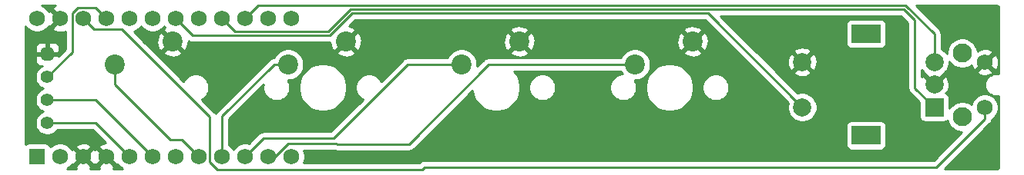
<source format=gbr>
%TF.GenerationSoftware,KiCad,Pcbnew,(5.1.7)-1*%
%TF.CreationDate,2020-11-07T14:05:26+07:00*%
%TF.ProjectId,pix,7069782e-6b69-4636-9164-5f7063625858,rev?*%
%TF.SameCoordinates,Original*%
%TF.FileFunction,Copper,L1,Top*%
%TF.FilePolarity,Positive*%
%FSLAX46Y46*%
G04 Gerber Fmt 4.6, Leading zero omitted, Abs format (unit mm)*
G04 Created by KiCad (PCBNEW (5.1.7)-1) date 2020-11-07 14:05:26*
%MOMM*%
%LPD*%
G01*
G04 APERTURE LIST*
%TA.AperFunction,ComponentPad*%
%ADD10C,1.752600*%
%TD*%
%TA.AperFunction,ComponentPad*%
%ADD11R,1.752600X1.752600*%
%TD*%
%TA.AperFunction,ComponentPad*%
%ADD12C,1.397000*%
%TD*%
%TA.AperFunction,ComponentPad*%
%ADD13R,2.000000X2.000000*%
%TD*%
%TA.AperFunction,ComponentPad*%
%ADD14C,2.000000*%
%TD*%
%TA.AperFunction,WasherPad*%
%ADD15R,3.200000X2.000000*%
%TD*%
%TA.AperFunction,ComponentPad*%
%ADD16C,2.100000*%
%TD*%
%TA.AperFunction,ComponentPad*%
%ADD17C,1.750000*%
%TD*%
%TA.AperFunction,ComponentPad*%
%ADD18C,2.200000*%
%TD*%
%TA.AperFunction,Conductor*%
%ADD19C,0.250000*%
%TD*%
%TA.AperFunction,Conductor*%
%ADD20C,0.254000*%
%TD*%
%TA.AperFunction,Conductor*%
%ADD21C,0.100000*%
%TD*%
G04 APERTURE END LIST*
D10*
%TO.P,U1,24*%
%TO.N,Net-(U1-Pad24)*%
X65998750Y-39630000D03*
%TO.P,U1,12*%
%TO.N,Net-(U1-Pad12)*%
X93938750Y-54870000D03*
%TO.P,U1,23*%
%TO.N,GND*%
X68538750Y-39630000D03*
%TO.P,U1,22*%
%TO.N,RESET*%
X71078750Y-39630000D03*
%TO.P,U1,21*%
%TO.N,VCC*%
X73618750Y-39630000D03*
%TO.P,U1,20*%
%TO.N,Net-(U1-Pad20)*%
X76158750Y-39630000D03*
%TO.P,U1,19*%
%TO.N,Net-(U1-Pad19)*%
X78698750Y-39630000D03*
%TO.P,U1,18*%
%TO.N,SWITCH_5*%
X81238750Y-39630000D03*
%TO.P,U1,17*%
%TO.N,Net-(U1-Pad17)*%
X83778750Y-39630000D03*
%TO.P,U1,16*%
%TO.N,ENCODER_A*%
X86318750Y-39630000D03*
%TO.P,U1,15*%
%TO.N,ENCODER_B*%
X88858750Y-39630000D03*
%TO.P,U1,14*%
%TO.N,Net-(U1-Pad14)*%
X91398750Y-39630000D03*
%TO.P,U1,13*%
%TO.N,Net-(U1-Pad13)*%
X93938750Y-39630000D03*
%TO.P,U1,11*%
%TO.N,SWITCH_4*%
X91398750Y-54870000D03*
%TO.P,U1,10*%
%TO.N,SWITCH_3*%
X88858750Y-54870000D03*
%TO.P,U1,9*%
%TO.N,SWITCH_2*%
X86318750Y-54870000D03*
%TO.P,U1,8*%
%TO.N,SWITCH_1*%
X83778750Y-54870000D03*
%TO.P,U1,7*%
%TO.N,Net-(U1-Pad7)*%
X81238750Y-54870000D03*
%TO.P,U1,6*%
%TO.N,SCL*%
X78698750Y-54870000D03*
%TO.P,U1,5*%
%TO.N,SDA*%
X76158750Y-54870000D03*
%TO.P,U1,4*%
%TO.N,GND*%
X73618750Y-54870000D03*
%TO.P,U1,3*%
X71078750Y-54870000D03*
%TO.P,U1,2*%
%TO.N,Net-(U1-Pad2)*%
X68538750Y-54870000D03*
D11*
%TO.P,U1,1*%
%TO.N,Net-(U1-Pad1)*%
X65998750Y-54870000D03*
%TD*%
%TO.P,OL1,4*%
%TO.N,GND*%
%TA.AperFunction,ComponentPad*%
G36*
G01*
X67474250Y-44232250D02*
X66775750Y-44232250D01*
G75*
G02*
X66426500Y-43883000I0J349250D01*
G01*
X66426500Y-43184500D01*
G75*
G02*
X66775750Y-42835250I349250J0D01*
G01*
X67474250Y-42835250D01*
G75*
G02*
X67823500Y-43184500I0J-349250D01*
G01*
X67823500Y-43883000D01*
G75*
G02*
X67474250Y-44232250I-349250J0D01*
G01*
G37*
%TD.AperFunction*%
D12*
%TO.P,OL1,3*%
%TO.N,VCC*%
X67125000Y-46073750D03*
%TO.P,OL1,2*%
%TO.N,SCL*%
X67125000Y-48613750D03*
%TO.P,OL1,1*%
%TO.N,SDA*%
X67125000Y-51153750D03*
%TD*%
D13*
%TO.P,SW2,A*%
%TO.N,ENCODER_A*%
X164593750Y-49411250D03*
D14*
%TO.P,SW2,C*%
%TO.N,GND*%
X164593750Y-46911250D03*
%TO.P,SW2,B*%
%TO.N,ENCODER_B*%
X164593750Y-44411250D03*
D15*
%TO.P,SW2,*%
%TO.N,*%
X157093750Y-52511250D03*
X157093750Y-41311250D03*
D14*
%TO.P,SW2,S2*%
%TO.N,SWITCH_5*%
X150093750Y-49411250D03*
%TO.P,SW2,S1*%
%TO.N,GND*%
X150093750Y-44411250D03*
%TD*%
D16*
%TO.P,SW1,*%
%TO.N,*%
X167666250Y-43437500D03*
D17*
%TO.P,SW1,1*%
%TO.N,GND*%
X170156250Y-44437500D03*
%TO.P,SW1,2*%
%TO.N,RESET*%
X170156250Y-49437500D03*
D16*
%TO.P,SW1,*%
%TO.N,*%
X167666250Y-50447500D03*
%TD*%
D18*
%TO.P,MX4,2*%
%TO.N,SWITCH_4*%
X131693750Y-44688750D03*
%TO.P,MX4,1*%
%TO.N,GND*%
X138043750Y-42148750D03*
%TD*%
%TO.P,MX3,2*%
%TO.N,SWITCH_3*%
X112643750Y-44688750D03*
%TO.P,MX3,1*%
%TO.N,GND*%
X118993750Y-42148750D03*
%TD*%
%TO.P,MX2,2*%
%TO.N,SWITCH_2*%
X93593750Y-44688750D03*
%TO.P,MX2,1*%
%TO.N,GND*%
X99943750Y-42148750D03*
%TD*%
%TO.P,MX1,2*%
%TO.N,SWITCH_1*%
X74543750Y-44688750D03*
%TO.P,MX1,1*%
%TO.N,GND*%
X80893750Y-42148750D03*
%TD*%
D19*
%TO.N,SWITCH_1*%
X74543750Y-46859752D02*
X80652748Y-52968750D01*
X74543750Y-44688750D02*
X74543750Y-46859752D01*
X81877500Y-52968750D02*
X83778750Y-54870000D01*
X80652748Y-52968750D02*
X81877500Y-52968750D01*
%TO.N,SWITCH_2*%
X86318750Y-50408116D02*
X86318750Y-54870000D01*
X92038116Y-44688750D02*
X86318750Y-50408116D01*
X93593750Y-44688750D02*
X92038116Y-44688750D01*
%TO.N,SWITCH_3*%
X90877999Y-52850751D02*
X88858750Y-54870000D01*
X98600751Y-52850751D02*
X90877999Y-52850751D01*
X106762752Y-44688750D02*
X98600751Y-52850751D01*
X112643750Y-44688750D02*
X106762752Y-44688750D01*
%TO.N,SWITCH_4*%
X93590725Y-53440099D02*
X92160824Y-54870000D01*
X98908849Y-53440099D02*
X93590725Y-53440099D01*
X98931209Y-53462459D02*
X98908849Y-53440099D01*
X92160824Y-54870000D02*
X91398750Y-54870000D01*
X106879043Y-53462459D02*
X98931209Y-53462459D01*
X115652752Y-44688750D02*
X106879043Y-53462459D01*
X131693750Y-44688750D02*
X115652752Y-44688750D01*
%TO.N,VCC*%
X72417449Y-38428699D02*
X73618750Y-39630000D01*
X70502125Y-38428699D02*
X72417449Y-38428699D01*
X69877449Y-39053375D02*
X70502125Y-38428699D01*
X69877449Y-43321301D02*
X69877449Y-39053375D01*
X67125000Y-46073750D02*
X69877449Y-43321301D01*
%TO.N,SCL*%
X72442500Y-48613750D02*
X67125000Y-48613750D01*
X78698750Y-54870000D02*
X72442500Y-48613750D01*
%TO.N,SDA*%
X72442500Y-51153750D02*
X67125000Y-51153750D01*
X76158750Y-54870000D02*
X72442500Y-51153750D01*
%TO.N,RESET*%
X75331301Y-40831301D02*
X72280051Y-40831301D01*
X84980051Y-50480051D02*
X75331301Y-40831301D01*
X85833327Y-56299901D02*
X84980051Y-55446625D01*
X108301451Y-56299901D02*
X85833327Y-56299901D01*
X84980051Y-55446625D02*
X84980051Y-50480051D01*
X108597551Y-56003801D02*
X108301451Y-56299901D01*
X164827385Y-56003801D02*
X108597551Y-56003801D01*
X170156250Y-50674936D02*
X164827385Y-56003801D01*
X72280051Y-40831301D02*
X71078750Y-39630000D01*
X170156250Y-49437500D02*
X170156250Y-50674936D01*
%TO.N,ENCODER_A*%
X87748651Y-41059901D02*
X86318750Y-39630000D01*
X100437766Y-38606260D02*
X97984125Y-41059901D01*
X161251100Y-38606260D02*
X100437766Y-38606260D01*
X162468750Y-39823910D02*
X161251100Y-38606260D01*
X97984125Y-41059901D02*
X87748651Y-41059901D01*
X162468750Y-47286250D02*
X162468750Y-39823910D01*
X164593750Y-49411250D02*
X162468750Y-47286250D01*
%TO.N,ENCODER_B*%
X90332500Y-38156250D02*
X88858750Y-39630000D01*
X161437500Y-38156250D02*
X90332500Y-38156250D01*
X164593750Y-41312500D02*
X161437500Y-38156250D01*
X164593750Y-44411250D02*
X164593750Y-41312500D01*
%TO.N,SWITCH_5*%
X83118661Y-41509911D02*
X81238750Y-39630000D01*
X100624166Y-39056270D02*
X98170525Y-41509911D01*
X139738770Y-39056270D02*
X100624166Y-39056270D01*
X98170525Y-41509911D02*
X83118661Y-41509911D01*
X150093750Y-49411250D02*
X139738770Y-39056270D01*
%TD*%
D20*
%TO.N,GND*%
X171512277Y-38217673D02*
X171554146Y-38230313D01*
X171592763Y-38250846D01*
X171626655Y-38278488D01*
X171654533Y-38312187D01*
X171675334Y-38350658D01*
X171688268Y-38392439D01*
X171696250Y-38468385D01*
X171696250Y-45743946D01*
X171487887Y-45702500D01*
X171244613Y-45702500D01*
X171006014Y-45749960D01*
X170781258Y-45843057D01*
X170578983Y-45978213D01*
X170406963Y-46150233D01*
X170271807Y-46352508D01*
X170178710Y-46577264D01*
X170131250Y-46815863D01*
X170131250Y-47059137D01*
X170178710Y-47297736D01*
X170271807Y-47522492D01*
X170406963Y-47724767D01*
X170578983Y-47896787D01*
X170781258Y-48031943D01*
X171006014Y-48125040D01*
X171244613Y-48172500D01*
X171487887Y-48172500D01*
X171696251Y-48131054D01*
X171696251Y-55934018D01*
X171688577Y-56012277D01*
X171675937Y-56054145D01*
X171655403Y-56092763D01*
X171627762Y-56126655D01*
X171594062Y-56154534D01*
X171555591Y-56175335D01*
X171513812Y-56188268D01*
X171437864Y-56196250D01*
X165709737Y-56196250D01*
X170667253Y-51238735D01*
X170696251Y-51214937D01*
X170778247Y-51115025D01*
X170791224Y-51099213D01*
X170861796Y-50967183D01*
X170905253Y-50823922D01*
X170912721Y-50748103D01*
X171118819Y-50610393D01*
X171329143Y-50400069D01*
X171494394Y-50152753D01*
X171608221Y-49877951D01*
X171666250Y-49586222D01*
X171666250Y-49288778D01*
X171608221Y-48997049D01*
X171494394Y-48722247D01*
X171329143Y-48474931D01*
X171118819Y-48264607D01*
X170871503Y-48099356D01*
X170596701Y-47985529D01*
X170304972Y-47927500D01*
X170007528Y-47927500D01*
X169715799Y-47985529D01*
X169440997Y-48099356D01*
X169193681Y-48264607D01*
X168983357Y-48474931D01*
X168818106Y-48722247D01*
X168704279Y-48997049D01*
X168683647Y-49100771D01*
X168464397Y-48954272D01*
X168157746Y-48827254D01*
X167832208Y-48762500D01*
X167500292Y-48762500D01*
X167174754Y-48827254D01*
X166868103Y-48954272D01*
X166592125Y-49138675D01*
X166357425Y-49373375D01*
X166231822Y-49561353D01*
X166231822Y-48411250D01*
X166219562Y-48286768D01*
X166183252Y-48167070D01*
X166124287Y-48056756D01*
X166044935Y-47960065D01*
X165948244Y-47880713D01*
X165844527Y-47825274D01*
X165993564Y-47771294D01*
X166134454Y-47481679D01*
X166216134Y-47170142D01*
X166235468Y-46848655D01*
X166191711Y-46529575D01*
X166086545Y-46225162D01*
X165993564Y-46051206D01*
X165729163Y-45955442D01*
X164773355Y-46911250D01*
X164787498Y-46925393D01*
X164607893Y-47104998D01*
X164593750Y-47090855D01*
X164579608Y-47104998D01*
X164400003Y-46925393D01*
X164414145Y-46911250D01*
X163458337Y-45955442D01*
X163228750Y-46038597D01*
X163228750Y-45311305D01*
X163323763Y-45453502D01*
X163551498Y-45681237D01*
X163648685Y-45746175D01*
X163637942Y-45775837D01*
X164593750Y-46731645D01*
X165549558Y-45775837D01*
X165538815Y-45746175D01*
X165636002Y-45681237D01*
X165833499Y-45483740D01*
X169289615Y-45483740D01*
X169370275Y-45735368D01*
X169638579Y-45863767D01*
X169926776Y-45937355D01*
X170223793Y-45953304D01*
X170518213Y-45911001D01*
X170798724Y-45812072D01*
X170942225Y-45735368D01*
X171022885Y-45483740D01*
X170156250Y-44617105D01*
X169289615Y-45483740D01*
X165833499Y-45483740D01*
X165863737Y-45453502D01*
X166042668Y-45185713D01*
X166165918Y-44888162D01*
X166228750Y-44572283D01*
X166228750Y-44319050D01*
X166357425Y-44511625D01*
X166592125Y-44746325D01*
X166868103Y-44930728D01*
X167174754Y-45057746D01*
X167500292Y-45122500D01*
X167832208Y-45122500D01*
X168157746Y-45057746D01*
X168464397Y-44930728D01*
X168680831Y-44786111D01*
X168682749Y-44799463D01*
X168781678Y-45079974D01*
X168858382Y-45223475D01*
X169110010Y-45304135D01*
X169976645Y-44437500D01*
X170335855Y-44437500D01*
X171202490Y-45304135D01*
X171454118Y-45223475D01*
X171582517Y-44955171D01*
X171656105Y-44666974D01*
X171672054Y-44369957D01*
X171629751Y-44075537D01*
X171530822Y-43795026D01*
X171454118Y-43651525D01*
X171202490Y-43570865D01*
X170335855Y-44437500D01*
X169976645Y-44437500D01*
X169962503Y-44423358D01*
X170142108Y-44243753D01*
X170156250Y-44257895D01*
X171022885Y-43391260D01*
X170942225Y-43139632D01*
X170673921Y-43011233D01*
X170385724Y-42937645D01*
X170088707Y-42921696D01*
X169794287Y-42963999D01*
X169513776Y-43062928D01*
X169370275Y-43139632D01*
X169342344Y-43226767D01*
X169286496Y-42946004D01*
X169159478Y-42639353D01*
X168975075Y-42363375D01*
X168740375Y-42128675D01*
X168464397Y-41944272D01*
X168157746Y-41817254D01*
X167832208Y-41752500D01*
X167500292Y-41752500D01*
X167174754Y-41817254D01*
X166868103Y-41944272D01*
X166592125Y-42128675D01*
X166357425Y-42363375D01*
X166173022Y-42639353D01*
X166046004Y-42946004D01*
X165981250Y-43271542D01*
X165981250Y-43544869D01*
X165863737Y-43368998D01*
X165636002Y-43141263D01*
X165368213Y-42962332D01*
X165353750Y-42956341D01*
X165353750Y-41349833D01*
X165357427Y-41312500D01*
X165342753Y-41163514D01*
X165299296Y-41020253D01*
X165228724Y-40888224D01*
X165157549Y-40801497D01*
X165133751Y-40772499D01*
X165104753Y-40748701D01*
X162566051Y-38210000D01*
X171434027Y-38210000D01*
X171512277Y-38217673D01*
%TA.AperFunction,Conductor*%
D21*
G36*
X171512277Y-38217673D02*
G01*
X171554146Y-38230313D01*
X171592763Y-38250846D01*
X171626655Y-38278488D01*
X171654533Y-38312187D01*
X171675334Y-38350658D01*
X171688268Y-38392439D01*
X171696250Y-38468385D01*
X171696250Y-45743946D01*
X171487887Y-45702500D01*
X171244613Y-45702500D01*
X171006014Y-45749960D01*
X170781258Y-45843057D01*
X170578983Y-45978213D01*
X170406963Y-46150233D01*
X170271807Y-46352508D01*
X170178710Y-46577264D01*
X170131250Y-46815863D01*
X170131250Y-47059137D01*
X170178710Y-47297736D01*
X170271807Y-47522492D01*
X170406963Y-47724767D01*
X170578983Y-47896787D01*
X170781258Y-48031943D01*
X171006014Y-48125040D01*
X171244613Y-48172500D01*
X171487887Y-48172500D01*
X171696251Y-48131054D01*
X171696251Y-55934018D01*
X171688577Y-56012277D01*
X171675937Y-56054145D01*
X171655403Y-56092763D01*
X171627762Y-56126655D01*
X171594062Y-56154534D01*
X171555591Y-56175335D01*
X171513812Y-56188268D01*
X171437864Y-56196250D01*
X165709737Y-56196250D01*
X170667253Y-51238735D01*
X170696251Y-51214937D01*
X170778247Y-51115025D01*
X170791224Y-51099213D01*
X170861796Y-50967183D01*
X170905253Y-50823922D01*
X170912721Y-50748103D01*
X171118819Y-50610393D01*
X171329143Y-50400069D01*
X171494394Y-50152753D01*
X171608221Y-49877951D01*
X171666250Y-49586222D01*
X171666250Y-49288778D01*
X171608221Y-48997049D01*
X171494394Y-48722247D01*
X171329143Y-48474931D01*
X171118819Y-48264607D01*
X170871503Y-48099356D01*
X170596701Y-47985529D01*
X170304972Y-47927500D01*
X170007528Y-47927500D01*
X169715799Y-47985529D01*
X169440997Y-48099356D01*
X169193681Y-48264607D01*
X168983357Y-48474931D01*
X168818106Y-48722247D01*
X168704279Y-48997049D01*
X168683647Y-49100771D01*
X168464397Y-48954272D01*
X168157746Y-48827254D01*
X167832208Y-48762500D01*
X167500292Y-48762500D01*
X167174754Y-48827254D01*
X166868103Y-48954272D01*
X166592125Y-49138675D01*
X166357425Y-49373375D01*
X166231822Y-49561353D01*
X166231822Y-48411250D01*
X166219562Y-48286768D01*
X166183252Y-48167070D01*
X166124287Y-48056756D01*
X166044935Y-47960065D01*
X165948244Y-47880713D01*
X165844527Y-47825274D01*
X165993564Y-47771294D01*
X166134454Y-47481679D01*
X166216134Y-47170142D01*
X166235468Y-46848655D01*
X166191711Y-46529575D01*
X166086545Y-46225162D01*
X165993564Y-46051206D01*
X165729163Y-45955442D01*
X164773355Y-46911250D01*
X164787498Y-46925393D01*
X164607893Y-47104998D01*
X164593750Y-47090855D01*
X164579608Y-47104998D01*
X164400003Y-46925393D01*
X164414145Y-46911250D01*
X163458337Y-45955442D01*
X163228750Y-46038597D01*
X163228750Y-45311305D01*
X163323763Y-45453502D01*
X163551498Y-45681237D01*
X163648685Y-45746175D01*
X163637942Y-45775837D01*
X164593750Y-46731645D01*
X165549558Y-45775837D01*
X165538815Y-45746175D01*
X165636002Y-45681237D01*
X165833499Y-45483740D01*
X169289615Y-45483740D01*
X169370275Y-45735368D01*
X169638579Y-45863767D01*
X169926776Y-45937355D01*
X170223793Y-45953304D01*
X170518213Y-45911001D01*
X170798724Y-45812072D01*
X170942225Y-45735368D01*
X171022885Y-45483740D01*
X170156250Y-44617105D01*
X169289615Y-45483740D01*
X165833499Y-45483740D01*
X165863737Y-45453502D01*
X166042668Y-45185713D01*
X166165918Y-44888162D01*
X166228750Y-44572283D01*
X166228750Y-44319050D01*
X166357425Y-44511625D01*
X166592125Y-44746325D01*
X166868103Y-44930728D01*
X167174754Y-45057746D01*
X167500292Y-45122500D01*
X167832208Y-45122500D01*
X168157746Y-45057746D01*
X168464397Y-44930728D01*
X168680831Y-44786111D01*
X168682749Y-44799463D01*
X168781678Y-45079974D01*
X168858382Y-45223475D01*
X169110010Y-45304135D01*
X169976645Y-44437500D01*
X170335855Y-44437500D01*
X171202490Y-45304135D01*
X171454118Y-45223475D01*
X171582517Y-44955171D01*
X171656105Y-44666974D01*
X171672054Y-44369957D01*
X171629751Y-44075537D01*
X171530822Y-43795026D01*
X171454118Y-43651525D01*
X171202490Y-43570865D01*
X170335855Y-44437500D01*
X169976645Y-44437500D01*
X169962503Y-44423358D01*
X170142108Y-44243753D01*
X170156250Y-44257895D01*
X171022885Y-43391260D01*
X170942225Y-43139632D01*
X170673921Y-43011233D01*
X170385724Y-42937645D01*
X170088707Y-42921696D01*
X169794287Y-42963999D01*
X169513776Y-43062928D01*
X169370275Y-43139632D01*
X169342344Y-43226767D01*
X169286496Y-42946004D01*
X169159478Y-42639353D01*
X168975075Y-42363375D01*
X168740375Y-42128675D01*
X168464397Y-41944272D01*
X168157746Y-41817254D01*
X167832208Y-41752500D01*
X167500292Y-41752500D01*
X167174754Y-41817254D01*
X166868103Y-41944272D01*
X166592125Y-42128675D01*
X166357425Y-42363375D01*
X166173022Y-42639353D01*
X166046004Y-42946004D01*
X165981250Y-43271542D01*
X165981250Y-43544869D01*
X165863737Y-43368998D01*
X165636002Y-43141263D01*
X165368213Y-42962332D01*
X165353750Y-42956341D01*
X165353750Y-41349833D01*
X165357427Y-41312500D01*
X165342753Y-41163514D01*
X165299296Y-41020253D01*
X165228724Y-40888224D01*
X165157549Y-40801497D01*
X165133751Y-40772499D01*
X165104753Y-40748701D01*
X162566051Y-38210000D01*
X171434027Y-38210000D01*
X171512277Y-38217673D01*
G37*
%TD.AperFunction*%
D20*
X67895823Y-38254198D02*
X67752004Y-38331071D01*
X67671187Y-38582831D01*
X68538750Y-39450395D01*
X68552892Y-39436252D01*
X68732498Y-39615858D01*
X68718355Y-39630000D01*
X68732498Y-39644142D01*
X68552893Y-39823748D01*
X68538750Y-39809605D01*
X67671187Y-40677169D01*
X67752004Y-40928929D01*
X68020529Y-41057457D01*
X68308969Y-41131129D01*
X68606241Y-41147113D01*
X68900917Y-41104796D01*
X69117450Y-41028448D01*
X69117449Y-43006499D01*
X68381474Y-43742474D01*
X68299750Y-43660750D01*
X67252000Y-43660750D01*
X67252000Y-43680750D01*
X66998000Y-43680750D01*
X66998000Y-43660750D01*
X65950250Y-43660750D01*
X65791500Y-43819500D01*
X65788428Y-44232250D01*
X65800688Y-44356732D01*
X65836998Y-44476430D01*
X65895963Y-44586744D01*
X65975315Y-44683435D01*
X66072006Y-44762787D01*
X66182320Y-44821752D01*
X66302018Y-44858062D01*
X66426500Y-44870322D01*
X66547911Y-44869418D01*
X66493351Y-44892018D01*
X66274943Y-45037953D01*
X66089203Y-45223693D01*
X65943268Y-45442101D01*
X65842746Y-45684782D01*
X65791500Y-45942412D01*
X65791500Y-46205088D01*
X65842746Y-46462718D01*
X65943268Y-46705399D01*
X66089203Y-46923807D01*
X66274943Y-47109547D01*
X66493351Y-47255482D01*
X66706448Y-47343750D01*
X66493351Y-47432018D01*
X66274943Y-47577953D01*
X66089203Y-47763693D01*
X65943268Y-47982101D01*
X65842746Y-48224782D01*
X65791500Y-48482412D01*
X65791500Y-48745088D01*
X65842746Y-49002718D01*
X65943268Y-49245399D01*
X66089203Y-49463807D01*
X66274943Y-49649547D01*
X66493351Y-49795482D01*
X66706448Y-49883750D01*
X66493351Y-49972018D01*
X66274943Y-50117953D01*
X66089203Y-50303693D01*
X65943268Y-50522101D01*
X65842746Y-50764782D01*
X65791500Y-51022412D01*
X65791500Y-51285088D01*
X65842746Y-51542718D01*
X65943268Y-51785399D01*
X66089203Y-52003807D01*
X66274943Y-52189547D01*
X66493351Y-52335482D01*
X66736032Y-52436004D01*
X66993662Y-52487250D01*
X67256338Y-52487250D01*
X67513968Y-52436004D01*
X67756649Y-52335482D01*
X67975057Y-52189547D01*
X68160797Y-52003807D01*
X68220971Y-51913750D01*
X72127699Y-51913750D01*
X73567721Y-53353772D01*
X73551259Y-53352887D01*
X73256583Y-53395204D01*
X72975823Y-53494198D01*
X72832004Y-53571071D01*
X72751187Y-53822831D01*
X73618750Y-54690395D01*
X73632892Y-54676252D01*
X73812498Y-54855858D01*
X73798355Y-54870000D01*
X74665919Y-55737563D01*
X74875795Y-55670191D01*
X74984846Y-55833398D01*
X75195352Y-56043904D01*
X75423355Y-56196250D01*
X74354382Y-56196250D01*
X74405496Y-56168929D01*
X74486313Y-55917169D01*
X73618750Y-55049605D01*
X72751187Y-55917169D01*
X72832004Y-56168929D01*
X72889084Y-56196250D01*
X71814382Y-56196250D01*
X71865496Y-56168929D01*
X71946313Y-55917169D01*
X71078750Y-55049605D01*
X70211187Y-55917169D01*
X70292004Y-56168929D01*
X70349084Y-56196250D01*
X69274145Y-56196250D01*
X69502148Y-56043904D01*
X69712654Y-55833398D01*
X69821705Y-55670191D01*
X70031581Y-55737563D01*
X70899145Y-54870000D01*
X71258355Y-54870000D01*
X72125919Y-55737563D01*
X72348750Y-55666032D01*
X72571581Y-55737563D01*
X73439145Y-54870000D01*
X72571581Y-54002437D01*
X72348750Y-54073968D01*
X72125919Y-54002437D01*
X71258355Y-54870000D01*
X70899145Y-54870000D01*
X70031581Y-54002437D01*
X69821705Y-54069809D01*
X69712654Y-53906602D01*
X69628883Y-53822831D01*
X70211187Y-53822831D01*
X71078750Y-54690395D01*
X71946313Y-53822831D01*
X71865496Y-53571071D01*
X71596971Y-53442543D01*
X71308531Y-53368871D01*
X71011259Y-53352887D01*
X70716583Y-53395204D01*
X70435823Y-53494198D01*
X70292004Y-53571071D01*
X70211187Y-53822831D01*
X69628883Y-53822831D01*
X69502148Y-53696096D01*
X69254619Y-53530703D01*
X68979580Y-53416778D01*
X68687600Y-53358700D01*
X68389900Y-53358700D01*
X68097920Y-53416778D01*
X67822881Y-53530703D01*
X67575352Y-53696096D01*
X67477906Y-53793542D01*
X67464552Y-53749520D01*
X67405587Y-53639206D01*
X67326235Y-53542515D01*
X67229544Y-53463163D01*
X67119230Y-53404198D01*
X66999532Y-53367888D01*
X66875050Y-53355628D01*
X65122450Y-53355628D01*
X64997968Y-53367888D01*
X64878270Y-53404198D01*
X64767956Y-53463163D01*
X64741250Y-53485080D01*
X64741250Y-42835250D01*
X65788428Y-42835250D01*
X65791500Y-43248000D01*
X65950250Y-43406750D01*
X66998000Y-43406750D01*
X66998000Y-42359000D01*
X67252000Y-42359000D01*
X67252000Y-43406750D01*
X68299750Y-43406750D01*
X68458500Y-43248000D01*
X68461572Y-42835250D01*
X68449312Y-42710768D01*
X68413002Y-42591070D01*
X68354037Y-42480756D01*
X68274685Y-42384065D01*
X68177994Y-42304713D01*
X68067680Y-42245748D01*
X67947982Y-42209438D01*
X67823500Y-42197178D01*
X67410750Y-42200250D01*
X67252000Y-42359000D01*
X66998000Y-42359000D01*
X66839250Y-42200250D01*
X66426500Y-42197178D01*
X66302018Y-42209438D01*
X66182320Y-42245748D01*
X66072006Y-42304713D01*
X65975315Y-42384065D01*
X65895963Y-42480756D01*
X65836998Y-42591070D01*
X65800688Y-42710768D01*
X65788428Y-42835250D01*
X64741250Y-42835250D01*
X64741250Y-40468287D01*
X64824846Y-40593398D01*
X65035352Y-40803904D01*
X65282881Y-40969297D01*
X65557920Y-41083222D01*
X65849900Y-41141300D01*
X66147600Y-41141300D01*
X66439580Y-41083222D01*
X66714619Y-40969297D01*
X66962148Y-40803904D01*
X67172654Y-40593398D01*
X67281705Y-40430191D01*
X67491581Y-40497563D01*
X68359145Y-39630000D01*
X67491581Y-38762437D01*
X67281705Y-38829809D01*
X67172654Y-38666602D01*
X66962148Y-38456096D01*
X66714619Y-38290703D01*
X66519785Y-38210000D01*
X68021174Y-38210000D01*
X67895823Y-38254198D01*
%TA.AperFunction,Conductor*%
D21*
G36*
X67895823Y-38254198D02*
G01*
X67752004Y-38331071D01*
X67671187Y-38582831D01*
X68538750Y-39450395D01*
X68552892Y-39436252D01*
X68732498Y-39615858D01*
X68718355Y-39630000D01*
X68732498Y-39644142D01*
X68552893Y-39823748D01*
X68538750Y-39809605D01*
X67671187Y-40677169D01*
X67752004Y-40928929D01*
X68020529Y-41057457D01*
X68308969Y-41131129D01*
X68606241Y-41147113D01*
X68900917Y-41104796D01*
X69117450Y-41028448D01*
X69117449Y-43006499D01*
X68381474Y-43742474D01*
X68299750Y-43660750D01*
X67252000Y-43660750D01*
X67252000Y-43680750D01*
X66998000Y-43680750D01*
X66998000Y-43660750D01*
X65950250Y-43660750D01*
X65791500Y-43819500D01*
X65788428Y-44232250D01*
X65800688Y-44356732D01*
X65836998Y-44476430D01*
X65895963Y-44586744D01*
X65975315Y-44683435D01*
X66072006Y-44762787D01*
X66182320Y-44821752D01*
X66302018Y-44858062D01*
X66426500Y-44870322D01*
X66547911Y-44869418D01*
X66493351Y-44892018D01*
X66274943Y-45037953D01*
X66089203Y-45223693D01*
X65943268Y-45442101D01*
X65842746Y-45684782D01*
X65791500Y-45942412D01*
X65791500Y-46205088D01*
X65842746Y-46462718D01*
X65943268Y-46705399D01*
X66089203Y-46923807D01*
X66274943Y-47109547D01*
X66493351Y-47255482D01*
X66706448Y-47343750D01*
X66493351Y-47432018D01*
X66274943Y-47577953D01*
X66089203Y-47763693D01*
X65943268Y-47982101D01*
X65842746Y-48224782D01*
X65791500Y-48482412D01*
X65791500Y-48745088D01*
X65842746Y-49002718D01*
X65943268Y-49245399D01*
X66089203Y-49463807D01*
X66274943Y-49649547D01*
X66493351Y-49795482D01*
X66706448Y-49883750D01*
X66493351Y-49972018D01*
X66274943Y-50117953D01*
X66089203Y-50303693D01*
X65943268Y-50522101D01*
X65842746Y-50764782D01*
X65791500Y-51022412D01*
X65791500Y-51285088D01*
X65842746Y-51542718D01*
X65943268Y-51785399D01*
X66089203Y-52003807D01*
X66274943Y-52189547D01*
X66493351Y-52335482D01*
X66736032Y-52436004D01*
X66993662Y-52487250D01*
X67256338Y-52487250D01*
X67513968Y-52436004D01*
X67756649Y-52335482D01*
X67975057Y-52189547D01*
X68160797Y-52003807D01*
X68220971Y-51913750D01*
X72127699Y-51913750D01*
X73567721Y-53353772D01*
X73551259Y-53352887D01*
X73256583Y-53395204D01*
X72975823Y-53494198D01*
X72832004Y-53571071D01*
X72751187Y-53822831D01*
X73618750Y-54690395D01*
X73632892Y-54676252D01*
X73812498Y-54855858D01*
X73798355Y-54870000D01*
X74665919Y-55737563D01*
X74875795Y-55670191D01*
X74984846Y-55833398D01*
X75195352Y-56043904D01*
X75423355Y-56196250D01*
X74354382Y-56196250D01*
X74405496Y-56168929D01*
X74486313Y-55917169D01*
X73618750Y-55049605D01*
X72751187Y-55917169D01*
X72832004Y-56168929D01*
X72889084Y-56196250D01*
X71814382Y-56196250D01*
X71865496Y-56168929D01*
X71946313Y-55917169D01*
X71078750Y-55049605D01*
X70211187Y-55917169D01*
X70292004Y-56168929D01*
X70349084Y-56196250D01*
X69274145Y-56196250D01*
X69502148Y-56043904D01*
X69712654Y-55833398D01*
X69821705Y-55670191D01*
X70031581Y-55737563D01*
X70899145Y-54870000D01*
X71258355Y-54870000D01*
X72125919Y-55737563D01*
X72348750Y-55666032D01*
X72571581Y-55737563D01*
X73439145Y-54870000D01*
X72571581Y-54002437D01*
X72348750Y-54073968D01*
X72125919Y-54002437D01*
X71258355Y-54870000D01*
X70899145Y-54870000D01*
X70031581Y-54002437D01*
X69821705Y-54069809D01*
X69712654Y-53906602D01*
X69628883Y-53822831D01*
X70211187Y-53822831D01*
X71078750Y-54690395D01*
X71946313Y-53822831D01*
X71865496Y-53571071D01*
X71596971Y-53442543D01*
X71308531Y-53368871D01*
X71011259Y-53352887D01*
X70716583Y-53395204D01*
X70435823Y-53494198D01*
X70292004Y-53571071D01*
X70211187Y-53822831D01*
X69628883Y-53822831D01*
X69502148Y-53696096D01*
X69254619Y-53530703D01*
X68979580Y-53416778D01*
X68687600Y-53358700D01*
X68389900Y-53358700D01*
X68097920Y-53416778D01*
X67822881Y-53530703D01*
X67575352Y-53696096D01*
X67477906Y-53793542D01*
X67464552Y-53749520D01*
X67405587Y-53639206D01*
X67326235Y-53542515D01*
X67229544Y-53463163D01*
X67119230Y-53404198D01*
X66999532Y-53367888D01*
X66875050Y-53355628D01*
X65122450Y-53355628D01*
X64997968Y-53367888D01*
X64878270Y-53404198D01*
X64767956Y-53463163D01*
X64741250Y-53485080D01*
X64741250Y-42835250D01*
X65788428Y-42835250D01*
X65791500Y-43248000D01*
X65950250Y-43406750D01*
X66998000Y-43406750D01*
X66998000Y-42359000D01*
X67252000Y-42359000D01*
X67252000Y-43406750D01*
X68299750Y-43406750D01*
X68458500Y-43248000D01*
X68461572Y-42835250D01*
X68449312Y-42710768D01*
X68413002Y-42591070D01*
X68354037Y-42480756D01*
X68274685Y-42384065D01*
X68177994Y-42304713D01*
X68067680Y-42245748D01*
X67947982Y-42209438D01*
X67823500Y-42197178D01*
X67410750Y-42200250D01*
X67252000Y-42359000D01*
X66998000Y-42359000D01*
X66839250Y-42200250D01*
X66426500Y-42197178D01*
X66302018Y-42209438D01*
X66182320Y-42245748D01*
X66072006Y-42304713D01*
X65975315Y-42384065D01*
X65895963Y-42480756D01*
X65836998Y-42591070D01*
X65800688Y-42710768D01*
X65788428Y-42835250D01*
X64741250Y-42835250D01*
X64741250Y-40468287D01*
X64824846Y-40593398D01*
X65035352Y-40803904D01*
X65282881Y-40969297D01*
X65557920Y-41083222D01*
X65849900Y-41141300D01*
X66147600Y-41141300D01*
X66439580Y-41083222D01*
X66714619Y-40969297D01*
X66962148Y-40803904D01*
X67172654Y-40593398D01*
X67281705Y-40430191D01*
X67491581Y-40497563D01*
X68359145Y-39630000D01*
X67491581Y-38762437D01*
X67281705Y-38829809D01*
X67172654Y-38666602D01*
X66962148Y-38456096D01*
X66714619Y-38290703D01*
X66519785Y-38210000D01*
X68021174Y-38210000D01*
X67895823Y-38254198D01*
G37*
%TD.AperFunction*%
D20*
X161708751Y-40138713D02*
X161708750Y-47248928D01*
X161705074Y-47286250D01*
X161708750Y-47323572D01*
X161708750Y-47323582D01*
X161719747Y-47435235D01*
X161763039Y-47577953D01*
X161763204Y-47578496D01*
X161833776Y-47710526D01*
X161873621Y-47759076D01*
X161928749Y-47826251D01*
X161957753Y-47850054D01*
X162955678Y-48847979D01*
X162955678Y-50411250D01*
X162967938Y-50535732D01*
X163004248Y-50655430D01*
X163063213Y-50765744D01*
X163142565Y-50862435D01*
X163239256Y-50941787D01*
X163349570Y-51000752D01*
X163469268Y-51037062D01*
X163593750Y-51049322D01*
X165593750Y-51049322D01*
X165718232Y-51037062D01*
X165837930Y-51000752D01*
X165948244Y-50941787D01*
X166032762Y-50872425D01*
X166046004Y-50938996D01*
X166173022Y-51245647D01*
X166357425Y-51521625D01*
X166592125Y-51756325D01*
X166868103Y-51940728D01*
X167174754Y-52067746D01*
X167500292Y-52132500D01*
X167623884Y-52132500D01*
X164512584Y-55243801D01*
X108634876Y-55243801D01*
X108597551Y-55240125D01*
X108560226Y-55243801D01*
X108560218Y-55243801D01*
X108448565Y-55254798D01*
X108305304Y-55298255D01*
X108173275Y-55368827D01*
X108057550Y-55463800D01*
X108033747Y-55492804D01*
X107986650Y-55539901D01*
X95297088Y-55539901D01*
X95391972Y-55310830D01*
X95450050Y-55018850D01*
X95450050Y-54721150D01*
X95391972Y-54429170D01*
X95297088Y-54200099D01*
X98744764Y-54200099D01*
X98782223Y-54211462D01*
X98893876Y-54222459D01*
X98893887Y-54222459D01*
X98931209Y-54226135D01*
X98968532Y-54222459D01*
X106841721Y-54222459D01*
X106879043Y-54226135D01*
X106916365Y-54222459D01*
X106916376Y-54222459D01*
X107028029Y-54211462D01*
X107171290Y-54168005D01*
X107303319Y-54097433D01*
X107419044Y-54002460D01*
X107442847Y-53973456D01*
X109905053Y-51511250D01*
X154855678Y-51511250D01*
X154855678Y-53511250D01*
X154867938Y-53635732D01*
X154904248Y-53755430D01*
X154963213Y-53865744D01*
X155042565Y-53962435D01*
X155139256Y-54041787D01*
X155249570Y-54100752D01*
X155369268Y-54137062D01*
X155493750Y-54149322D01*
X158693750Y-54149322D01*
X158818232Y-54137062D01*
X158937930Y-54100752D01*
X159048244Y-54041787D01*
X159144935Y-53962435D01*
X159224287Y-53865744D01*
X159283252Y-53755430D01*
X159319562Y-53635732D01*
X159331822Y-53511250D01*
X159331822Y-51511250D01*
X159319562Y-51386768D01*
X159283252Y-51267070D01*
X159224287Y-51156756D01*
X159144935Y-51060065D01*
X159048244Y-50980713D01*
X158937930Y-50921748D01*
X158818232Y-50885438D01*
X158693750Y-50873178D01*
X155493750Y-50873178D01*
X155369268Y-50885438D01*
X155249570Y-50921748D01*
X155139256Y-50980713D01*
X155042565Y-51060065D01*
X154963213Y-51156756D01*
X154904248Y-51267070D01*
X154867938Y-51386768D01*
X154855678Y-51511250D01*
X109905053Y-51511250D01*
X113836880Y-47579423D01*
X113920011Y-47997351D01*
X114118643Y-48476891D01*
X114407012Y-48908465D01*
X114774035Y-49275488D01*
X115205609Y-49563857D01*
X115685149Y-49762489D01*
X116194225Y-49863750D01*
X116713275Y-49863750D01*
X117222351Y-49762489D01*
X117701891Y-49563857D01*
X118133465Y-49275488D01*
X118500488Y-48908465D01*
X118788857Y-48476891D01*
X118987489Y-47997351D01*
X119088750Y-47488275D01*
X119088750Y-47082490D01*
X120048750Y-47082490D01*
X120048750Y-47375010D01*
X120105818Y-47661908D01*
X120217760Y-47932161D01*
X120380275Y-48175382D01*
X120587118Y-48382225D01*
X120830339Y-48544740D01*
X121100592Y-48656682D01*
X121387490Y-48713750D01*
X121680010Y-48713750D01*
X121966908Y-48656682D01*
X122237161Y-48544740D01*
X122480382Y-48382225D01*
X122687225Y-48175382D01*
X122849740Y-47932161D01*
X122961682Y-47661908D01*
X123018750Y-47375010D01*
X123018750Y-47082490D01*
X122961682Y-46795592D01*
X122849740Y-46525339D01*
X122687225Y-46282118D01*
X122480382Y-46075275D01*
X122237161Y-45912760D01*
X121966908Y-45800818D01*
X121680010Y-45743750D01*
X121387490Y-45743750D01*
X121100592Y-45800818D01*
X120830339Y-45912760D01*
X120587118Y-46075275D01*
X120380275Y-46282118D01*
X120217760Y-46525339D01*
X120105818Y-46795592D01*
X120048750Y-47082490D01*
X119088750Y-47082490D01*
X119088750Y-46969225D01*
X118987489Y-46460149D01*
X118788857Y-45980609D01*
X118500488Y-45549035D01*
X118400203Y-45448750D01*
X130130602Y-45448750D01*
X130156213Y-45510581D01*
X130312011Y-45743750D01*
X130277490Y-45743750D01*
X129990592Y-45800818D01*
X129720339Y-45912760D01*
X129477118Y-46075275D01*
X129270275Y-46282118D01*
X129107760Y-46525339D01*
X128995818Y-46795592D01*
X128938750Y-47082490D01*
X128938750Y-47375010D01*
X128995818Y-47661908D01*
X129107760Y-47932161D01*
X129270275Y-48175382D01*
X129477118Y-48382225D01*
X129720339Y-48544740D01*
X129990592Y-48656682D01*
X130277490Y-48713750D01*
X130570010Y-48713750D01*
X130856908Y-48656682D01*
X131127161Y-48544740D01*
X131370382Y-48382225D01*
X131577225Y-48175382D01*
X131739740Y-47932161D01*
X131851682Y-47661908D01*
X131908750Y-47375010D01*
X131908750Y-47082490D01*
X131886221Y-46969225D01*
X132868750Y-46969225D01*
X132868750Y-47488275D01*
X132970011Y-47997351D01*
X133168643Y-48476891D01*
X133457012Y-48908465D01*
X133824035Y-49275488D01*
X134255609Y-49563857D01*
X134735149Y-49762489D01*
X135244225Y-49863750D01*
X135763275Y-49863750D01*
X136272351Y-49762489D01*
X136751891Y-49563857D01*
X137183465Y-49275488D01*
X137550488Y-48908465D01*
X137838857Y-48476891D01*
X138037489Y-47997351D01*
X138138750Y-47488275D01*
X138138750Y-47082490D01*
X139098750Y-47082490D01*
X139098750Y-47375010D01*
X139155818Y-47661908D01*
X139267760Y-47932161D01*
X139430275Y-48175382D01*
X139637118Y-48382225D01*
X139880339Y-48544740D01*
X140150592Y-48656682D01*
X140437490Y-48713750D01*
X140730010Y-48713750D01*
X141016908Y-48656682D01*
X141287161Y-48544740D01*
X141530382Y-48382225D01*
X141737225Y-48175382D01*
X141899740Y-47932161D01*
X142011682Y-47661908D01*
X142068750Y-47375010D01*
X142068750Y-47082490D01*
X142011682Y-46795592D01*
X141899740Y-46525339D01*
X141737225Y-46282118D01*
X141530382Y-46075275D01*
X141287161Y-45912760D01*
X141016908Y-45800818D01*
X140730010Y-45743750D01*
X140437490Y-45743750D01*
X140150592Y-45800818D01*
X139880339Y-45912760D01*
X139637118Y-46075275D01*
X139430275Y-46282118D01*
X139267760Y-46525339D01*
X139155818Y-46795592D01*
X139098750Y-47082490D01*
X138138750Y-47082490D01*
X138138750Y-46969225D01*
X138037489Y-46460149D01*
X137838857Y-45980609D01*
X137550488Y-45549035D01*
X137183465Y-45182012D01*
X136751891Y-44893643D01*
X136272351Y-44695011D01*
X135763275Y-44593750D01*
X135244225Y-44593750D01*
X134735149Y-44695011D01*
X134255609Y-44893643D01*
X133824035Y-45182012D01*
X133457012Y-45549035D01*
X133168643Y-45980609D01*
X132970011Y-46460149D01*
X132868750Y-46969225D01*
X131886221Y-46969225D01*
X131851682Y-46795592D01*
X131739740Y-46525339D01*
X131671860Y-46423750D01*
X131864633Y-46423750D01*
X132199831Y-46357075D01*
X132515581Y-46226287D01*
X132799748Y-46036413D01*
X133041413Y-45794748D01*
X133231287Y-45510581D01*
X133362075Y-45194831D01*
X133428750Y-44859633D01*
X133428750Y-44517867D01*
X133362075Y-44182669D01*
X133231287Y-43866919D01*
X133041413Y-43582752D01*
X132814123Y-43355462D01*
X137016643Y-43355462D01*
X137124476Y-43630088D01*
X137431134Y-43780966D01*
X137761335Y-43869119D01*
X138102389Y-43891159D01*
X138441189Y-43846239D01*
X138764716Y-43736086D01*
X138963024Y-43630088D01*
X139070857Y-43355462D01*
X138043750Y-42328355D01*
X137016643Y-43355462D01*
X132814123Y-43355462D01*
X132799748Y-43341087D01*
X132515581Y-43151213D01*
X132199831Y-43020425D01*
X131864633Y-42953750D01*
X131522867Y-42953750D01*
X131187669Y-43020425D01*
X130871919Y-43151213D01*
X130587752Y-43341087D01*
X130346087Y-43582752D01*
X130156213Y-43866919D01*
X130130602Y-43928750D01*
X115690074Y-43928750D01*
X115652751Y-43925074D01*
X115615428Y-43928750D01*
X115615419Y-43928750D01*
X115503766Y-43939747D01*
X115360505Y-43983204D01*
X115228476Y-44053776D01*
X115112751Y-44148749D01*
X115088953Y-44177747D01*
X114371719Y-44894981D01*
X114378750Y-44859633D01*
X114378750Y-44517867D01*
X114312075Y-44182669D01*
X114181287Y-43866919D01*
X113991413Y-43582752D01*
X113764123Y-43355462D01*
X117966643Y-43355462D01*
X118074476Y-43630088D01*
X118381134Y-43780966D01*
X118711335Y-43869119D01*
X119052389Y-43891159D01*
X119391189Y-43846239D01*
X119714716Y-43736086D01*
X119913024Y-43630088D01*
X120020857Y-43355462D01*
X118993750Y-42328355D01*
X117966643Y-43355462D01*
X113764123Y-43355462D01*
X113749748Y-43341087D01*
X113465581Y-43151213D01*
X113149831Y-43020425D01*
X112814633Y-42953750D01*
X112472867Y-42953750D01*
X112137669Y-43020425D01*
X111821919Y-43151213D01*
X111537752Y-43341087D01*
X111296087Y-43582752D01*
X111106213Y-43866919D01*
X111080602Y-43928750D01*
X106800085Y-43928750D01*
X106762752Y-43925073D01*
X106725419Y-43928750D01*
X106613766Y-43939747D01*
X106470505Y-43983204D01*
X106338476Y-44053776D01*
X106222751Y-44148749D01*
X106198953Y-44177747D01*
X103814859Y-46561841D01*
X103799740Y-46525339D01*
X103637225Y-46282118D01*
X103430382Y-46075275D01*
X103187161Y-45912760D01*
X102916908Y-45800818D01*
X102630010Y-45743750D01*
X102337490Y-45743750D01*
X102050592Y-45800818D01*
X101780339Y-45912760D01*
X101537118Y-46075275D01*
X101330275Y-46282118D01*
X101167760Y-46525339D01*
X101055818Y-46795592D01*
X100998750Y-47082490D01*
X100998750Y-47375010D01*
X101055818Y-47661908D01*
X101167760Y-47932161D01*
X101330275Y-48175382D01*
X101537118Y-48382225D01*
X101780339Y-48544740D01*
X101816841Y-48559860D01*
X98285950Y-52090751D01*
X90915321Y-52090751D01*
X90877998Y-52087075D01*
X90840675Y-52090751D01*
X90840666Y-52090751D01*
X90729013Y-52101748D01*
X90585752Y-52145205D01*
X90453723Y-52215777D01*
X90337998Y-52310750D01*
X90314200Y-52339748D01*
X89247525Y-53406424D01*
X89007600Y-53358700D01*
X88709900Y-53358700D01*
X88417920Y-53416778D01*
X88142881Y-53530703D01*
X87895352Y-53696096D01*
X87684846Y-53906602D01*
X87588750Y-54050420D01*
X87492654Y-53906602D01*
X87282148Y-53696096D01*
X87078750Y-53560190D01*
X87078750Y-50722917D01*
X90868440Y-46933227D01*
X90838750Y-47082490D01*
X90838750Y-47375010D01*
X90895818Y-47661908D01*
X91007760Y-47932161D01*
X91170275Y-48175382D01*
X91377118Y-48382225D01*
X91620339Y-48544740D01*
X91890592Y-48656682D01*
X92177490Y-48713750D01*
X92470010Y-48713750D01*
X92756908Y-48656682D01*
X93027161Y-48544740D01*
X93270382Y-48382225D01*
X93477225Y-48175382D01*
X93639740Y-47932161D01*
X93751682Y-47661908D01*
X93808750Y-47375010D01*
X93808750Y-47082490D01*
X93786221Y-46969225D01*
X94768750Y-46969225D01*
X94768750Y-47488275D01*
X94870011Y-47997351D01*
X95068643Y-48476891D01*
X95357012Y-48908465D01*
X95724035Y-49275488D01*
X96155609Y-49563857D01*
X96635149Y-49762489D01*
X97144225Y-49863750D01*
X97663275Y-49863750D01*
X98172351Y-49762489D01*
X98651891Y-49563857D01*
X99083465Y-49275488D01*
X99450488Y-48908465D01*
X99738857Y-48476891D01*
X99937489Y-47997351D01*
X100038750Y-47488275D01*
X100038750Y-46969225D01*
X99937489Y-46460149D01*
X99738857Y-45980609D01*
X99450488Y-45549035D01*
X99083465Y-45182012D01*
X98651891Y-44893643D01*
X98172351Y-44695011D01*
X97663275Y-44593750D01*
X97144225Y-44593750D01*
X96635149Y-44695011D01*
X96155609Y-44893643D01*
X95724035Y-45182012D01*
X95357012Y-45549035D01*
X95068643Y-45980609D01*
X94870011Y-46460149D01*
X94768750Y-46969225D01*
X93786221Y-46969225D01*
X93751682Y-46795592D01*
X93639740Y-46525339D01*
X93571860Y-46423750D01*
X93764633Y-46423750D01*
X94099831Y-46357075D01*
X94415581Y-46226287D01*
X94699748Y-46036413D01*
X94941413Y-45794748D01*
X95131287Y-45510581D01*
X95262075Y-45194831D01*
X95328750Y-44859633D01*
X95328750Y-44517867D01*
X95262075Y-44182669D01*
X95131287Y-43866919D01*
X94941413Y-43582752D01*
X94714123Y-43355462D01*
X98916643Y-43355462D01*
X99024476Y-43630088D01*
X99331134Y-43780966D01*
X99661335Y-43869119D01*
X100002389Y-43891159D01*
X100341189Y-43846239D01*
X100664716Y-43736086D01*
X100863024Y-43630088D01*
X100970857Y-43355462D01*
X99943750Y-42328355D01*
X98916643Y-43355462D01*
X94714123Y-43355462D01*
X94699748Y-43341087D01*
X94415581Y-43151213D01*
X94099831Y-43020425D01*
X93764633Y-42953750D01*
X93422867Y-42953750D01*
X93087669Y-43020425D01*
X92771919Y-43151213D01*
X92487752Y-43341087D01*
X92246087Y-43582752D01*
X92056213Y-43866919D01*
X92031870Y-43925689D01*
X92000793Y-43928750D01*
X92000783Y-43928750D01*
X91889130Y-43939747D01*
X91745869Y-43983204D01*
X91613839Y-44053776D01*
X91575820Y-44084978D01*
X91498115Y-44148749D01*
X91474317Y-44177747D01*
X85807753Y-49844312D01*
X85778749Y-49868115D01*
X85731299Y-49925934D01*
X85683776Y-49983840D01*
X85653778Y-50039962D01*
X85630176Y-50084119D01*
X85615025Y-50055774D01*
X85543850Y-49969048D01*
X85520052Y-49940050D01*
X85491054Y-49916252D01*
X84124702Y-48549901D01*
X84137161Y-48544740D01*
X84380382Y-48382225D01*
X84587225Y-48175382D01*
X84749740Y-47932161D01*
X84861682Y-47661908D01*
X84918750Y-47375010D01*
X84918750Y-47082490D01*
X84861682Y-46795592D01*
X84749740Y-46525339D01*
X84587225Y-46282118D01*
X84380382Y-46075275D01*
X84137161Y-45912760D01*
X83866908Y-45800818D01*
X83580010Y-45743750D01*
X83287490Y-45743750D01*
X83000592Y-45800818D01*
X82730339Y-45912760D01*
X82487118Y-46075275D01*
X82280275Y-46282118D01*
X82117760Y-46525339D01*
X82112599Y-46537798D01*
X78930263Y-43355462D01*
X79866643Y-43355462D01*
X79974476Y-43630088D01*
X80281134Y-43780966D01*
X80611335Y-43869119D01*
X80952389Y-43891159D01*
X81291189Y-43846239D01*
X81614716Y-43736086D01*
X81813024Y-43630088D01*
X81920857Y-43355462D01*
X80893750Y-42328355D01*
X79866643Y-43355462D01*
X78930263Y-43355462D01*
X77782190Y-42207389D01*
X79151341Y-42207389D01*
X79196261Y-42546189D01*
X79306414Y-42869716D01*
X79412412Y-43068024D01*
X79687038Y-43175857D01*
X80714145Y-42148750D01*
X79687038Y-41121643D01*
X79412412Y-41229476D01*
X79261534Y-41536134D01*
X79173381Y-41866335D01*
X79151341Y-42207389D01*
X77782190Y-42207389D01*
X76640905Y-41066104D01*
X76874619Y-40969297D01*
X77122148Y-40803904D01*
X77332654Y-40593398D01*
X77428750Y-40449580D01*
X77524846Y-40593398D01*
X77735352Y-40803904D01*
X77982881Y-40969297D01*
X78257920Y-41083222D01*
X78549900Y-41141300D01*
X78847600Y-41141300D01*
X79139580Y-41083222D01*
X79414619Y-40969297D01*
X79662148Y-40803904D01*
X79872654Y-40593398D01*
X79968750Y-40449580D01*
X80064846Y-40593398D01*
X80081601Y-40610153D01*
X79974476Y-40667412D01*
X79866643Y-40942038D01*
X80893750Y-41969145D01*
X80907893Y-41955003D01*
X81087498Y-42134608D01*
X81073355Y-42148750D01*
X82100462Y-43175857D01*
X82375088Y-43068024D01*
X82525966Y-42761366D01*
X82614119Y-42431165D01*
X82635730Y-42096748D01*
X82694385Y-42144885D01*
X82826414Y-42215457D01*
X82969675Y-42258914D01*
X83081328Y-42269911D01*
X83081336Y-42269911D01*
X83118661Y-42273587D01*
X83155986Y-42269911D01*
X98133203Y-42269911D01*
X98170525Y-42273587D01*
X98207847Y-42269911D01*
X98207858Y-42269911D01*
X98209608Y-42269739D01*
X98246261Y-42546189D01*
X98356414Y-42869716D01*
X98462412Y-43068024D01*
X98737038Y-43175857D01*
X99764145Y-42148750D01*
X100123355Y-42148750D01*
X101150462Y-43175857D01*
X101425088Y-43068024D01*
X101575966Y-42761366D01*
X101664119Y-42431165D01*
X101678580Y-42207389D01*
X117251341Y-42207389D01*
X117296261Y-42546189D01*
X117406414Y-42869716D01*
X117512412Y-43068024D01*
X117787038Y-43175857D01*
X118814145Y-42148750D01*
X119173355Y-42148750D01*
X120200462Y-43175857D01*
X120475088Y-43068024D01*
X120625966Y-42761366D01*
X120714119Y-42431165D01*
X120728580Y-42207389D01*
X136301341Y-42207389D01*
X136346261Y-42546189D01*
X136456414Y-42869716D01*
X136562412Y-43068024D01*
X136837038Y-43175857D01*
X137864145Y-42148750D01*
X138223355Y-42148750D01*
X139250462Y-43175857D01*
X139525088Y-43068024D01*
X139675966Y-42761366D01*
X139764119Y-42431165D01*
X139786159Y-42090111D01*
X139741239Y-41751311D01*
X139631086Y-41427784D01*
X139525088Y-41229476D01*
X139250462Y-41121643D01*
X138223355Y-42148750D01*
X137864145Y-42148750D01*
X136837038Y-41121643D01*
X136562412Y-41229476D01*
X136411534Y-41536134D01*
X136323381Y-41866335D01*
X136301341Y-42207389D01*
X120728580Y-42207389D01*
X120736159Y-42090111D01*
X120691239Y-41751311D01*
X120581086Y-41427784D01*
X120475088Y-41229476D01*
X120200462Y-41121643D01*
X119173355Y-42148750D01*
X118814145Y-42148750D01*
X117787038Y-41121643D01*
X117512412Y-41229476D01*
X117361534Y-41536134D01*
X117273381Y-41866335D01*
X117251341Y-42207389D01*
X101678580Y-42207389D01*
X101686159Y-42090111D01*
X101641239Y-41751311D01*
X101531086Y-41427784D01*
X101425088Y-41229476D01*
X101150462Y-41121643D01*
X100123355Y-42148750D01*
X99764145Y-42148750D01*
X99750003Y-42134608D01*
X99929608Y-41955003D01*
X99943750Y-41969145D01*
X100970857Y-40942038D01*
X117966643Y-40942038D01*
X118993750Y-41969145D01*
X120020857Y-40942038D01*
X137016643Y-40942038D01*
X138043750Y-41969145D01*
X139070857Y-40942038D01*
X138963024Y-40667412D01*
X138656366Y-40516534D01*
X138326165Y-40428381D01*
X137985111Y-40406341D01*
X137646311Y-40451261D01*
X137322784Y-40561414D01*
X137124476Y-40667412D01*
X137016643Y-40942038D01*
X120020857Y-40942038D01*
X119913024Y-40667412D01*
X119606366Y-40516534D01*
X119276165Y-40428381D01*
X118935111Y-40406341D01*
X118596311Y-40451261D01*
X118272784Y-40561414D01*
X118074476Y-40667412D01*
X117966643Y-40942038D01*
X100970857Y-40942038D01*
X100863024Y-40667412D01*
X100556366Y-40516534D01*
X100305640Y-40449598D01*
X100938969Y-39816270D01*
X139423969Y-39816270D01*
X148527573Y-48919875D01*
X148521582Y-48934338D01*
X148458750Y-49250217D01*
X148458750Y-49572283D01*
X148521582Y-49888162D01*
X148644832Y-50185713D01*
X148823763Y-50453502D01*
X149051498Y-50681237D01*
X149319287Y-50860168D01*
X149616838Y-50983418D01*
X149932717Y-51046250D01*
X150254783Y-51046250D01*
X150570662Y-50983418D01*
X150868213Y-50860168D01*
X151136002Y-50681237D01*
X151363737Y-50453502D01*
X151542668Y-50185713D01*
X151665918Y-49888162D01*
X151728750Y-49572283D01*
X151728750Y-49250217D01*
X151665918Y-48934338D01*
X151542668Y-48636787D01*
X151363737Y-48368998D01*
X151136002Y-48141263D01*
X150868213Y-47962332D01*
X150570662Y-47839082D01*
X150254783Y-47776250D01*
X149932717Y-47776250D01*
X149616838Y-47839082D01*
X149602375Y-47845073D01*
X147303965Y-45546663D01*
X149137942Y-45546663D01*
X149233706Y-45811064D01*
X149523321Y-45951954D01*
X149834858Y-46033634D01*
X150156345Y-46052968D01*
X150475425Y-46009211D01*
X150779838Y-45904045D01*
X150953794Y-45811064D01*
X151049558Y-45546663D01*
X150093750Y-44590855D01*
X149137942Y-45546663D01*
X147303965Y-45546663D01*
X146231147Y-44473845D01*
X148452032Y-44473845D01*
X148495789Y-44792925D01*
X148600955Y-45097338D01*
X148693936Y-45271294D01*
X148958337Y-45367058D01*
X149914145Y-44411250D01*
X150273355Y-44411250D01*
X151229163Y-45367058D01*
X151493564Y-45271294D01*
X151634454Y-44981679D01*
X151716134Y-44670142D01*
X151735468Y-44348655D01*
X151691711Y-44029575D01*
X151586545Y-43725162D01*
X151493564Y-43551206D01*
X151229163Y-43455442D01*
X150273355Y-44411250D01*
X149914145Y-44411250D01*
X148958337Y-43455442D01*
X148693936Y-43551206D01*
X148553046Y-43840821D01*
X148471366Y-44152358D01*
X148452032Y-44473845D01*
X146231147Y-44473845D01*
X145033139Y-43275837D01*
X149137942Y-43275837D01*
X150093750Y-44231645D01*
X151049558Y-43275837D01*
X150953794Y-43011436D01*
X150664179Y-42870546D01*
X150352642Y-42788866D01*
X150031155Y-42769532D01*
X149712075Y-42813289D01*
X149407662Y-42918455D01*
X149233706Y-43011436D01*
X149137942Y-43275837D01*
X145033139Y-43275837D01*
X142068552Y-40311250D01*
X154855678Y-40311250D01*
X154855678Y-42311250D01*
X154867938Y-42435732D01*
X154904248Y-42555430D01*
X154963213Y-42665744D01*
X155042565Y-42762435D01*
X155139256Y-42841787D01*
X155249570Y-42900752D01*
X155369268Y-42937062D01*
X155493750Y-42949322D01*
X158693750Y-42949322D01*
X158818232Y-42937062D01*
X158937930Y-42900752D01*
X159048244Y-42841787D01*
X159144935Y-42762435D01*
X159224287Y-42665744D01*
X159283252Y-42555430D01*
X159319562Y-42435732D01*
X159331822Y-42311250D01*
X159331822Y-40311250D01*
X159319562Y-40186768D01*
X159283252Y-40067070D01*
X159224287Y-39956756D01*
X159144935Y-39860065D01*
X159048244Y-39780713D01*
X158937930Y-39721748D01*
X158818232Y-39685438D01*
X158693750Y-39673178D01*
X155493750Y-39673178D01*
X155369268Y-39685438D01*
X155249570Y-39721748D01*
X155139256Y-39780713D01*
X155042565Y-39860065D01*
X154963213Y-39956756D01*
X154904248Y-40067070D01*
X154867938Y-40186768D01*
X154855678Y-40311250D01*
X142068552Y-40311250D01*
X141123561Y-39366260D01*
X160936299Y-39366260D01*
X161708751Y-40138713D01*
%TA.AperFunction,Conductor*%
D21*
G36*
X161708751Y-40138713D02*
G01*
X161708750Y-47248928D01*
X161705074Y-47286250D01*
X161708750Y-47323572D01*
X161708750Y-47323582D01*
X161719747Y-47435235D01*
X161763039Y-47577953D01*
X161763204Y-47578496D01*
X161833776Y-47710526D01*
X161873621Y-47759076D01*
X161928749Y-47826251D01*
X161957753Y-47850054D01*
X162955678Y-48847979D01*
X162955678Y-50411250D01*
X162967938Y-50535732D01*
X163004248Y-50655430D01*
X163063213Y-50765744D01*
X163142565Y-50862435D01*
X163239256Y-50941787D01*
X163349570Y-51000752D01*
X163469268Y-51037062D01*
X163593750Y-51049322D01*
X165593750Y-51049322D01*
X165718232Y-51037062D01*
X165837930Y-51000752D01*
X165948244Y-50941787D01*
X166032762Y-50872425D01*
X166046004Y-50938996D01*
X166173022Y-51245647D01*
X166357425Y-51521625D01*
X166592125Y-51756325D01*
X166868103Y-51940728D01*
X167174754Y-52067746D01*
X167500292Y-52132500D01*
X167623884Y-52132500D01*
X164512584Y-55243801D01*
X108634876Y-55243801D01*
X108597551Y-55240125D01*
X108560226Y-55243801D01*
X108560218Y-55243801D01*
X108448565Y-55254798D01*
X108305304Y-55298255D01*
X108173275Y-55368827D01*
X108057550Y-55463800D01*
X108033747Y-55492804D01*
X107986650Y-55539901D01*
X95297088Y-55539901D01*
X95391972Y-55310830D01*
X95450050Y-55018850D01*
X95450050Y-54721150D01*
X95391972Y-54429170D01*
X95297088Y-54200099D01*
X98744764Y-54200099D01*
X98782223Y-54211462D01*
X98893876Y-54222459D01*
X98893887Y-54222459D01*
X98931209Y-54226135D01*
X98968532Y-54222459D01*
X106841721Y-54222459D01*
X106879043Y-54226135D01*
X106916365Y-54222459D01*
X106916376Y-54222459D01*
X107028029Y-54211462D01*
X107171290Y-54168005D01*
X107303319Y-54097433D01*
X107419044Y-54002460D01*
X107442847Y-53973456D01*
X109905053Y-51511250D01*
X154855678Y-51511250D01*
X154855678Y-53511250D01*
X154867938Y-53635732D01*
X154904248Y-53755430D01*
X154963213Y-53865744D01*
X155042565Y-53962435D01*
X155139256Y-54041787D01*
X155249570Y-54100752D01*
X155369268Y-54137062D01*
X155493750Y-54149322D01*
X158693750Y-54149322D01*
X158818232Y-54137062D01*
X158937930Y-54100752D01*
X159048244Y-54041787D01*
X159144935Y-53962435D01*
X159224287Y-53865744D01*
X159283252Y-53755430D01*
X159319562Y-53635732D01*
X159331822Y-53511250D01*
X159331822Y-51511250D01*
X159319562Y-51386768D01*
X159283252Y-51267070D01*
X159224287Y-51156756D01*
X159144935Y-51060065D01*
X159048244Y-50980713D01*
X158937930Y-50921748D01*
X158818232Y-50885438D01*
X158693750Y-50873178D01*
X155493750Y-50873178D01*
X155369268Y-50885438D01*
X155249570Y-50921748D01*
X155139256Y-50980713D01*
X155042565Y-51060065D01*
X154963213Y-51156756D01*
X154904248Y-51267070D01*
X154867938Y-51386768D01*
X154855678Y-51511250D01*
X109905053Y-51511250D01*
X113836880Y-47579423D01*
X113920011Y-47997351D01*
X114118643Y-48476891D01*
X114407012Y-48908465D01*
X114774035Y-49275488D01*
X115205609Y-49563857D01*
X115685149Y-49762489D01*
X116194225Y-49863750D01*
X116713275Y-49863750D01*
X117222351Y-49762489D01*
X117701891Y-49563857D01*
X118133465Y-49275488D01*
X118500488Y-48908465D01*
X118788857Y-48476891D01*
X118987489Y-47997351D01*
X119088750Y-47488275D01*
X119088750Y-47082490D01*
X120048750Y-47082490D01*
X120048750Y-47375010D01*
X120105818Y-47661908D01*
X120217760Y-47932161D01*
X120380275Y-48175382D01*
X120587118Y-48382225D01*
X120830339Y-48544740D01*
X121100592Y-48656682D01*
X121387490Y-48713750D01*
X121680010Y-48713750D01*
X121966908Y-48656682D01*
X122237161Y-48544740D01*
X122480382Y-48382225D01*
X122687225Y-48175382D01*
X122849740Y-47932161D01*
X122961682Y-47661908D01*
X123018750Y-47375010D01*
X123018750Y-47082490D01*
X122961682Y-46795592D01*
X122849740Y-46525339D01*
X122687225Y-46282118D01*
X122480382Y-46075275D01*
X122237161Y-45912760D01*
X121966908Y-45800818D01*
X121680010Y-45743750D01*
X121387490Y-45743750D01*
X121100592Y-45800818D01*
X120830339Y-45912760D01*
X120587118Y-46075275D01*
X120380275Y-46282118D01*
X120217760Y-46525339D01*
X120105818Y-46795592D01*
X120048750Y-47082490D01*
X119088750Y-47082490D01*
X119088750Y-46969225D01*
X118987489Y-46460149D01*
X118788857Y-45980609D01*
X118500488Y-45549035D01*
X118400203Y-45448750D01*
X130130602Y-45448750D01*
X130156213Y-45510581D01*
X130312011Y-45743750D01*
X130277490Y-45743750D01*
X129990592Y-45800818D01*
X129720339Y-45912760D01*
X129477118Y-46075275D01*
X129270275Y-46282118D01*
X129107760Y-46525339D01*
X128995818Y-46795592D01*
X128938750Y-47082490D01*
X128938750Y-47375010D01*
X128995818Y-47661908D01*
X129107760Y-47932161D01*
X129270275Y-48175382D01*
X129477118Y-48382225D01*
X129720339Y-48544740D01*
X129990592Y-48656682D01*
X130277490Y-48713750D01*
X130570010Y-48713750D01*
X130856908Y-48656682D01*
X131127161Y-48544740D01*
X131370382Y-48382225D01*
X131577225Y-48175382D01*
X131739740Y-47932161D01*
X131851682Y-47661908D01*
X131908750Y-47375010D01*
X131908750Y-47082490D01*
X131886221Y-46969225D01*
X132868750Y-46969225D01*
X132868750Y-47488275D01*
X132970011Y-47997351D01*
X133168643Y-48476891D01*
X133457012Y-48908465D01*
X133824035Y-49275488D01*
X134255609Y-49563857D01*
X134735149Y-49762489D01*
X135244225Y-49863750D01*
X135763275Y-49863750D01*
X136272351Y-49762489D01*
X136751891Y-49563857D01*
X137183465Y-49275488D01*
X137550488Y-48908465D01*
X137838857Y-48476891D01*
X138037489Y-47997351D01*
X138138750Y-47488275D01*
X138138750Y-47082490D01*
X139098750Y-47082490D01*
X139098750Y-47375010D01*
X139155818Y-47661908D01*
X139267760Y-47932161D01*
X139430275Y-48175382D01*
X139637118Y-48382225D01*
X139880339Y-48544740D01*
X140150592Y-48656682D01*
X140437490Y-48713750D01*
X140730010Y-48713750D01*
X141016908Y-48656682D01*
X141287161Y-48544740D01*
X141530382Y-48382225D01*
X141737225Y-48175382D01*
X141899740Y-47932161D01*
X142011682Y-47661908D01*
X142068750Y-47375010D01*
X142068750Y-47082490D01*
X142011682Y-46795592D01*
X141899740Y-46525339D01*
X141737225Y-46282118D01*
X141530382Y-46075275D01*
X141287161Y-45912760D01*
X141016908Y-45800818D01*
X140730010Y-45743750D01*
X140437490Y-45743750D01*
X140150592Y-45800818D01*
X139880339Y-45912760D01*
X139637118Y-46075275D01*
X139430275Y-46282118D01*
X139267760Y-46525339D01*
X139155818Y-46795592D01*
X139098750Y-47082490D01*
X138138750Y-47082490D01*
X138138750Y-46969225D01*
X138037489Y-46460149D01*
X137838857Y-45980609D01*
X137550488Y-45549035D01*
X137183465Y-45182012D01*
X136751891Y-44893643D01*
X136272351Y-44695011D01*
X135763275Y-44593750D01*
X135244225Y-44593750D01*
X134735149Y-44695011D01*
X134255609Y-44893643D01*
X133824035Y-45182012D01*
X133457012Y-45549035D01*
X133168643Y-45980609D01*
X132970011Y-46460149D01*
X132868750Y-46969225D01*
X131886221Y-46969225D01*
X131851682Y-46795592D01*
X131739740Y-46525339D01*
X131671860Y-46423750D01*
X131864633Y-46423750D01*
X132199831Y-46357075D01*
X132515581Y-46226287D01*
X132799748Y-46036413D01*
X133041413Y-45794748D01*
X133231287Y-45510581D01*
X133362075Y-45194831D01*
X133428750Y-44859633D01*
X133428750Y-44517867D01*
X133362075Y-44182669D01*
X133231287Y-43866919D01*
X133041413Y-43582752D01*
X132814123Y-43355462D01*
X137016643Y-43355462D01*
X137124476Y-43630088D01*
X137431134Y-43780966D01*
X137761335Y-43869119D01*
X138102389Y-43891159D01*
X138441189Y-43846239D01*
X138764716Y-43736086D01*
X138963024Y-43630088D01*
X139070857Y-43355462D01*
X138043750Y-42328355D01*
X137016643Y-43355462D01*
X132814123Y-43355462D01*
X132799748Y-43341087D01*
X132515581Y-43151213D01*
X132199831Y-43020425D01*
X131864633Y-42953750D01*
X131522867Y-42953750D01*
X131187669Y-43020425D01*
X130871919Y-43151213D01*
X130587752Y-43341087D01*
X130346087Y-43582752D01*
X130156213Y-43866919D01*
X130130602Y-43928750D01*
X115690074Y-43928750D01*
X115652751Y-43925074D01*
X115615428Y-43928750D01*
X115615419Y-43928750D01*
X115503766Y-43939747D01*
X115360505Y-43983204D01*
X115228476Y-44053776D01*
X115112751Y-44148749D01*
X115088953Y-44177747D01*
X114371719Y-44894981D01*
X114378750Y-44859633D01*
X114378750Y-44517867D01*
X114312075Y-44182669D01*
X114181287Y-43866919D01*
X113991413Y-43582752D01*
X113764123Y-43355462D01*
X117966643Y-43355462D01*
X118074476Y-43630088D01*
X118381134Y-43780966D01*
X118711335Y-43869119D01*
X119052389Y-43891159D01*
X119391189Y-43846239D01*
X119714716Y-43736086D01*
X119913024Y-43630088D01*
X120020857Y-43355462D01*
X118993750Y-42328355D01*
X117966643Y-43355462D01*
X113764123Y-43355462D01*
X113749748Y-43341087D01*
X113465581Y-43151213D01*
X113149831Y-43020425D01*
X112814633Y-42953750D01*
X112472867Y-42953750D01*
X112137669Y-43020425D01*
X111821919Y-43151213D01*
X111537752Y-43341087D01*
X111296087Y-43582752D01*
X111106213Y-43866919D01*
X111080602Y-43928750D01*
X106800085Y-43928750D01*
X106762752Y-43925073D01*
X106725419Y-43928750D01*
X106613766Y-43939747D01*
X106470505Y-43983204D01*
X106338476Y-44053776D01*
X106222751Y-44148749D01*
X106198953Y-44177747D01*
X103814859Y-46561841D01*
X103799740Y-46525339D01*
X103637225Y-46282118D01*
X103430382Y-46075275D01*
X103187161Y-45912760D01*
X102916908Y-45800818D01*
X102630010Y-45743750D01*
X102337490Y-45743750D01*
X102050592Y-45800818D01*
X101780339Y-45912760D01*
X101537118Y-46075275D01*
X101330275Y-46282118D01*
X101167760Y-46525339D01*
X101055818Y-46795592D01*
X100998750Y-47082490D01*
X100998750Y-47375010D01*
X101055818Y-47661908D01*
X101167760Y-47932161D01*
X101330275Y-48175382D01*
X101537118Y-48382225D01*
X101780339Y-48544740D01*
X101816841Y-48559860D01*
X98285950Y-52090751D01*
X90915321Y-52090751D01*
X90877998Y-52087075D01*
X90840675Y-52090751D01*
X90840666Y-52090751D01*
X90729013Y-52101748D01*
X90585752Y-52145205D01*
X90453723Y-52215777D01*
X90337998Y-52310750D01*
X90314200Y-52339748D01*
X89247525Y-53406424D01*
X89007600Y-53358700D01*
X88709900Y-53358700D01*
X88417920Y-53416778D01*
X88142881Y-53530703D01*
X87895352Y-53696096D01*
X87684846Y-53906602D01*
X87588750Y-54050420D01*
X87492654Y-53906602D01*
X87282148Y-53696096D01*
X87078750Y-53560190D01*
X87078750Y-50722917D01*
X90868440Y-46933227D01*
X90838750Y-47082490D01*
X90838750Y-47375010D01*
X90895818Y-47661908D01*
X91007760Y-47932161D01*
X91170275Y-48175382D01*
X91377118Y-48382225D01*
X91620339Y-48544740D01*
X91890592Y-48656682D01*
X92177490Y-48713750D01*
X92470010Y-48713750D01*
X92756908Y-48656682D01*
X93027161Y-48544740D01*
X93270382Y-48382225D01*
X93477225Y-48175382D01*
X93639740Y-47932161D01*
X93751682Y-47661908D01*
X93808750Y-47375010D01*
X93808750Y-47082490D01*
X93786221Y-46969225D01*
X94768750Y-46969225D01*
X94768750Y-47488275D01*
X94870011Y-47997351D01*
X95068643Y-48476891D01*
X95357012Y-48908465D01*
X95724035Y-49275488D01*
X96155609Y-49563857D01*
X96635149Y-49762489D01*
X97144225Y-49863750D01*
X97663275Y-49863750D01*
X98172351Y-49762489D01*
X98651891Y-49563857D01*
X99083465Y-49275488D01*
X99450488Y-48908465D01*
X99738857Y-48476891D01*
X99937489Y-47997351D01*
X100038750Y-47488275D01*
X100038750Y-46969225D01*
X99937489Y-46460149D01*
X99738857Y-45980609D01*
X99450488Y-45549035D01*
X99083465Y-45182012D01*
X98651891Y-44893643D01*
X98172351Y-44695011D01*
X97663275Y-44593750D01*
X97144225Y-44593750D01*
X96635149Y-44695011D01*
X96155609Y-44893643D01*
X95724035Y-45182012D01*
X95357012Y-45549035D01*
X95068643Y-45980609D01*
X94870011Y-46460149D01*
X94768750Y-46969225D01*
X93786221Y-46969225D01*
X93751682Y-46795592D01*
X93639740Y-46525339D01*
X93571860Y-46423750D01*
X93764633Y-46423750D01*
X94099831Y-46357075D01*
X94415581Y-46226287D01*
X94699748Y-46036413D01*
X94941413Y-45794748D01*
X95131287Y-45510581D01*
X95262075Y-45194831D01*
X95328750Y-44859633D01*
X95328750Y-44517867D01*
X95262075Y-44182669D01*
X95131287Y-43866919D01*
X94941413Y-43582752D01*
X94714123Y-43355462D01*
X98916643Y-43355462D01*
X99024476Y-43630088D01*
X99331134Y-43780966D01*
X99661335Y-43869119D01*
X100002389Y-43891159D01*
X100341189Y-43846239D01*
X100664716Y-43736086D01*
X100863024Y-43630088D01*
X100970857Y-43355462D01*
X99943750Y-42328355D01*
X98916643Y-43355462D01*
X94714123Y-43355462D01*
X94699748Y-43341087D01*
X94415581Y-43151213D01*
X94099831Y-43020425D01*
X93764633Y-42953750D01*
X93422867Y-42953750D01*
X93087669Y-43020425D01*
X92771919Y-43151213D01*
X92487752Y-43341087D01*
X92246087Y-43582752D01*
X92056213Y-43866919D01*
X92031870Y-43925689D01*
X92000793Y-43928750D01*
X92000783Y-43928750D01*
X91889130Y-43939747D01*
X91745869Y-43983204D01*
X91613839Y-44053776D01*
X91575820Y-44084978D01*
X91498115Y-44148749D01*
X91474317Y-44177747D01*
X85807753Y-49844312D01*
X85778749Y-49868115D01*
X85731299Y-49925934D01*
X85683776Y-49983840D01*
X85653778Y-50039962D01*
X85630176Y-50084119D01*
X85615025Y-50055774D01*
X85543850Y-49969048D01*
X85520052Y-49940050D01*
X85491054Y-49916252D01*
X84124702Y-48549901D01*
X84137161Y-48544740D01*
X84380382Y-48382225D01*
X84587225Y-48175382D01*
X84749740Y-47932161D01*
X84861682Y-47661908D01*
X84918750Y-47375010D01*
X84918750Y-47082490D01*
X84861682Y-46795592D01*
X84749740Y-46525339D01*
X84587225Y-46282118D01*
X84380382Y-46075275D01*
X84137161Y-45912760D01*
X83866908Y-45800818D01*
X83580010Y-45743750D01*
X83287490Y-45743750D01*
X83000592Y-45800818D01*
X82730339Y-45912760D01*
X82487118Y-46075275D01*
X82280275Y-46282118D01*
X82117760Y-46525339D01*
X82112599Y-46537798D01*
X78930263Y-43355462D01*
X79866643Y-43355462D01*
X79974476Y-43630088D01*
X80281134Y-43780966D01*
X80611335Y-43869119D01*
X80952389Y-43891159D01*
X81291189Y-43846239D01*
X81614716Y-43736086D01*
X81813024Y-43630088D01*
X81920857Y-43355462D01*
X80893750Y-42328355D01*
X79866643Y-43355462D01*
X78930263Y-43355462D01*
X77782190Y-42207389D01*
X79151341Y-42207389D01*
X79196261Y-42546189D01*
X79306414Y-42869716D01*
X79412412Y-43068024D01*
X79687038Y-43175857D01*
X80714145Y-42148750D01*
X79687038Y-41121643D01*
X79412412Y-41229476D01*
X79261534Y-41536134D01*
X79173381Y-41866335D01*
X79151341Y-42207389D01*
X77782190Y-42207389D01*
X76640905Y-41066104D01*
X76874619Y-40969297D01*
X77122148Y-40803904D01*
X77332654Y-40593398D01*
X77428750Y-40449580D01*
X77524846Y-40593398D01*
X77735352Y-40803904D01*
X77982881Y-40969297D01*
X78257920Y-41083222D01*
X78549900Y-41141300D01*
X78847600Y-41141300D01*
X79139580Y-41083222D01*
X79414619Y-40969297D01*
X79662148Y-40803904D01*
X79872654Y-40593398D01*
X79968750Y-40449580D01*
X80064846Y-40593398D01*
X80081601Y-40610153D01*
X79974476Y-40667412D01*
X79866643Y-40942038D01*
X80893750Y-41969145D01*
X80907893Y-41955003D01*
X81087498Y-42134608D01*
X81073355Y-42148750D01*
X82100462Y-43175857D01*
X82375088Y-43068024D01*
X82525966Y-42761366D01*
X82614119Y-42431165D01*
X82635730Y-42096748D01*
X82694385Y-42144885D01*
X82826414Y-42215457D01*
X82969675Y-42258914D01*
X83081328Y-42269911D01*
X83081336Y-42269911D01*
X83118661Y-42273587D01*
X83155986Y-42269911D01*
X98133203Y-42269911D01*
X98170525Y-42273587D01*
X98207847Y-42269911D01*
X98207858Y-42269911D01*
X98209608Y-42269739D01*
X98246261Y-42546189D01*
X98356414Y-42869716D01*
X98462412Y-43068024D01*
X98737038Y-43175857D01*
X99764145Y-42148750D01*
X100123355Y-42148750D01*
X101150462Y-43175857D01*
X101425088Y-43068024D01*
X101575966Y-42761366D01*
X101664119Y-42431165D01*
X101678580Y-42207389D01*
X117251341Y-42207389D01*
X117296261Y-42546189D01*
X117406414Y-42869716D01*
X117512412Y-43068024D01*
X117787038Y-43175857D01*
X118814145Y-42148750D01*
X119173355Y-42148750D01*
X120200462Y-43175857D01*
X120475088Y-43068024D01*
X120625966Y-42761366D01*
X120714119Y-42431165D01*
X120728580Y-42207389D01*
X136301341Y-42207389D01*
X136346261Y-42546189D01*
X136456414Y-42869716D01*
X136562412Y-43068024D01*
X136837038Y-43175857D01*
X137864145Y-42148750D01*
X138223355Y-42148750D01*
X139250462Y-43175857D01*
X139525088Y-43068024D01*
X139675966Y-42761366D01*
X139764119Y-42431165D01*
X139786159Y-42090111D01*
X139741239Y-41751311D01*
X139631086Y-41427784D01*
X139525088Y-41229476D01*
X139250462Y-41121643D01*
X138223355Y-42148750D01*
X137864145Y-42148750D01*
X136837038Y-41121643D01*
X136562412Y-41229476D01*
X136411534Y-41536134D01*
X136323381Y-41866335D01*
X136301341Y-42207389D01*
X120728580Y-42207389D01*
X120736159Y-42090111D01*
X120691239Y-41751311D01*
X120581086Y-41427784D01*
X120475088Y-41229476D01*
X120200462Y-41121643D01*
X119173355Y-42148750D01*
X118814145Y-42148750D01*
X117787038Y-41121643D01*
X117512412Y-41229476D01*
X117361534Y-41536134D01*
X117273381Y-41866335D01*
X117251341Y-42207389D01*
X101678580Y-42207389D01*
X101686159Y-42090111D01*
X101641239Y-41751311D01*
X101531086Y-41427784D01*
X101425088Y-41229476D01*
X101150462Y-41121643D01*
X100123355Y-42148750D01*
X99764145Y-42148750D01*
X99750003Y-42134608D01*
X99929608Y-41955003D01*
X99943750Y-41969145D01*
X100970857Y-40942038D01*
X117966643Y-40942038D01*
X118993750Y-41969145D01*
X120020857Y-40942038D01*
X137016643Y-40942038D01*
X138043750Y-41969145D01*
X139070857Y-40942038D01*
X138963024Y-40667412D01*
X138656366Y-40516534D01*
X138326165Y-40428381D01*
X137985111Y-40406341D01*
X137646311Y-40451261D01*
X137322784Y-40561414D01*
X137124476Y-40667412D01*
X137016643Y-40942038D01*
X120020857Y-40942038D01*
X119913024Y-40667412D01*
X119606366Y-40516534D01*
X119276165Y-40428381D01*
X118935111Y-40406341D01*
X118596311Y-40451261D01*
X118272784Y-40561414D01*
X118074476Y-40667412D01*
X117966643Y-40942038D01*
X100970857Y-40942038D01*
X100863024Y-40667412D01*
X100556366Y-40516534D01*
X100305640Y-40449598D01*
X100938969Y-39816270D01*
X139423969Y-39816270D01*
X148527573Y-48919875D01*
X148521582Y-48934338D01*
X148458750Y-49250217D01*
X148458750Y-49572283D01*
X148521582Y-49888162D01*
X148644832Y-50185713D01*
X148823763Y-50453502D01*
X149051498Y-50681237D01*
X149319287Y-50860168D01*
X149616838Y-50983418D01*
X149932717Y-51046250D01*
X150254783Y-51046250D01*
X150570662Y-50983418D01*
X150868213Y-50860168D01*
X151136002Y-50681237D01*
X151363737Y-50453502D01*
X151542668Y-50185713D01*
X151665918Y-49888162D01*
X151728750Y-49572283D01*
X151728750Y-49250217D01*
X151665918Y-48934338D01*
X151542668Y-48636787D01*
X151363737Y-48368998D01*
X151136002Y-48141263D01*
X150868213Y-47962332D01*
X150570662Y-47839082D01*
X150254783Y-47776250D01*
X149932717Y-47776250D01*
X149616838Y-47839082D01*
X149602375Y-47845073D01*
X147303965Y-45546663D01*
X149137942Y-45546663D01*
X149233706Y-45811064D01*
X149523321Y-45951954D01*
X149834858Y-46033634D01*
X150156345Y-46052968D01*
X150475425Y-46009211D01*
X150779838Y-45904045D01*
X150953794Y-45811064D01*
X151049558Y-45546663D01*
X150093750Y-44590855D01*
X149137942Y-45546663D01*
X147303965Y-45546663D01*
X146231147Y-44473845D01*
X148452032Y-44473845D01*
X148495789Y-44792925D01*
X148600955Y-45097338D01*
X148693936Y-45271294D01*
X148958337Y-45367058D01*
X149914145Y-44411250D01*
X150273355Y-44411250D01*
X151229163Y-45367058D01*
X151493564Y-45271294D01*
X151634454Y-44981679D01*
X151716134Y-44670142D01*
X151735468Y-44348655D01*
X151691711Y-44029575D01*
X151586545Y-43725162D01*
X151493564Y-43551206D01*
X151229163Y-43455442D01*
X150273355Y-44411250D01*
X149914145Y-44411250D01*
X148958337Y-43455442D01*
X148693936Y-43551206D01*
X148553046Y-43840821D01*
X148471366Y-44152358D01*
X148452032Y-44473845D01*
X146231147Y-44473845D01*
X145033139Y-43275837D01*
X149137942Y-43275837D01*
X150093750Y-44231645D01*
X151049558Y-43275837D01*
X150953794Y-43011436D01*
X150664179Y-42870546D01*
X150352642Y-42788866D01*
X150031155Y-42769532D01*
X149712075Y-42813289D01*
X149407662Y-42918455D01*
X149233706Y-43011436D01*
X149137942Y-43275837D01*
X145033139Y-43275837D01*
X142068552Y-40311250D01*
X154855678Y-40311250D01*
X154855678Y-42311250D01*
X154867938Y-42435732D01*
X154904248Y-42555430D01*
X154963213Y-42665744D01*
X155042565Y-42762435D01*
X155139256Y-42841787D01*
X155249570Y-42900752D01*
X155369268Y-42937062D01*
X155493750Y-42949322D01*
X158693750Y-42949322D01*
X158818232Y-42937062D01*
X158937930Y-42900752D01*
X159048244Y-42841787D01*
X159144935Y-42762435D01*
X159224287Y-42665744D01*
X159283252Y-42555430D01*
X159319562Y-42435732D01*
X159331822Y-42311250D01*
X159331822Y-40311250D01*
X159319562Y-40186768D01*
X159283252Y-40067070D01*
X159224287Y-39956756D01*
X159144935Y-39860065D01*
X159048244Y-39780713D01*
X158937930Y-39721748D01*
X158818232Y-39685438D01*
X158693750Y-39673178D01*
X155493750Y-39673178D01*
X155369268Y-39685438D01*
X155249570Y-39721748D01*
X155139256Y-39780713D01*
X155042565Y-39860065D01*
X154963213Y-39956756D01*
X154904248Y-40067070D01*
X154867938Y-40186768D01*
X154855678Y-40311250D01*
X142068552Y-40311250D01*
X141123561Y-39366260D01*
X160936299Y-39366260D01*
X161708751Y-40138713D01*
G37*
%TD.AperFunction*%
%TD*%
M02*

</source>
